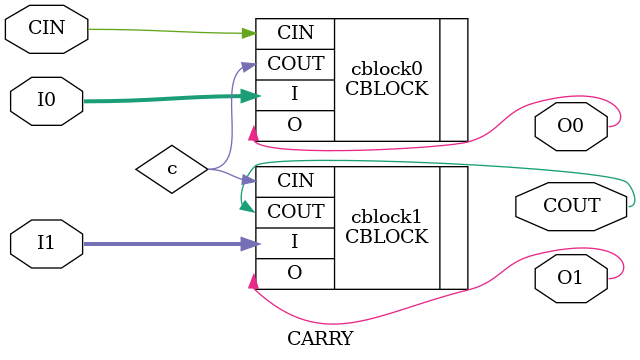
<source format=v>
/*
 * Copyright (C) 2020  The SymbiFlow Authors.
 *
 * Use of this source code is governed by a ISC-style
 * license that can be found in the LICENSE file or at
 * https://opensource.org/licenses/ISC
 *
 * SPDX-License-Identifier:	ISC
 */

`default_nettype none
`include "cblock/cblock.sim.v"

module CARRY (
	I0,
	I1,
	O0,
	O1,
	CIN,
	COUT
);
	input wire [3:0] I0;
	input wire [3:0] I1;

	output wire O0;
	output wire O1;

	// Implicit carry pins
	input wire CIN;
	output wire COUT;

	// Carry between the two blocks
	wire c;

	CBLOCK cblock0 (.I(I0), .O(O0), .CIN(CIN), .COUT(c));
	CBLOCK cblock1 (.I(I1), .O(O1), .CIN(c), .COUT(COUT));

endmodule

</source>
